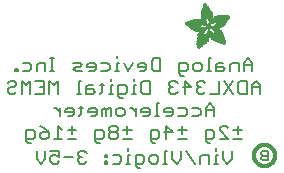
<source format=gbr>
G04 EAGLE Gerber RS-274X export*
G75*
%MOMM*%
%FSLAX34Y34*%
%LPD*%
%INSilkscreen Bottom*%
%IPPOS*%
%AMOC8*
5,1,8,0,0,1.08239X$1,22.5*%
G01*
%ADD10C,0.177800*%
%ADD11R,0.050800X0.006300*%
%ADD12R,0.082600X0.006400*%
%ADD13R,0.120600X0.006300*%
%ADD14R,0.139700X0.006400*%
%ADD15R,0.158800X0.006300*%
%ADD16R,0.177800X0.006400*%
%ADD17R,0.196800X0.006300*%
%ADD18R,0.215900X0.006400*%
%ADD19R,0.228600X0.006300*%
%ADD20R,0.241300X0.006400*%
%ADD21R,0.254000X0.006300*%
%ADD22R,0.266700X0.006400*%
%ADD23R,0.279400X0.006300*%
%ADD24R,0.285700X0.006400*%
%ADD25R,0.298400X0.006300*%
%ADD26R,0.311200X0.006400*%
%ADD27R,0.317500X0.006300*%
%ADD28R,0.330200X0.006400*%
%ADD29R,0.336600X0.006300*%
%ADD30R,0.349200X0.006400*%
%ADD31R,0.361900X0.006300*%
%ADD32R,0.368300X0.006400*%
%ADD33R,0.381000X0.006300*%
%ADD34R,0.387300X0.006400*%
%ADD35R,0.393700X0.006300*%
%ADD36R,0.406400X0.006400*%
%ADD37R,0.412700X0.006300*%
%ADD38R,0.419100X0.006400*%
%ADD39R,0.431800X0.006300*%
%ADD40R,0.438100X0.006400*%
%ADD41R,0.450800X0.006300*%
%ADD42R,0.457200X0.006400*%
%ADD43R,0.463500X0.006300*%
%ADD44R,0.476200X0.006400*%
%ADD45R,0.482600X0.006300*%
%ADD46R,0.488900X0.006400*%
%ADD47R,0.501600X0.006300*%
%ADD48R,0.508000X0.006400*%
%ADD49R,0.514300X0.006300*%
%ADD50R,0.527000X0.006400*%
%ADD51R,0.533400X0.006300*%
%ADD52R,0.546100X0.006400*%
%ADD53R,0.552400X0.006300*%
%ADD54R,0.558800X0.006400*%
%ADD55R,0.571500X0.006300*%
%ADD56R,0.577800X0.006400*%
%ADD57R,0.584200X0.006300*%
%ADD58R,0.596900X0.006400*%
%ADD59R,0.603200X0.006300*%
%ADD60R,0.609600X0.006400*%
%ADD61R,0.622300X0.006300*%
%ADD62R,0.628600X0.006400*%
%ADD63R,0.641300X0.006300*%
%ADD64R,0.647700X0.006400*%
%ADD65R,0.063500X0.006300*%
%ADD66R,0.654000X0.006300*%
%ADD67R,0.101600X0.006400*%
%ADD68R,0.666700X0.006400*%
%ADD69R,0.139700X0.006300*%
%ADD70R,0.673100X0.006300*%
%ADD71R,0.165100X0.006400*%
%ADD72R,0.679400X0.006400*%
%ADD73R,0.196900X0.006300*%
%ADD74R,0.692100X0.006300*%
%ADD75R,0.222200X0.006400*%
%ADD76R,0.698500X0.006400*%
%ADD77R,0.247700X0.006300*%
%ADD78R,0.704800X0.006300*%
%ADD79R,0.279400X0.006400*%
%ADD80R,0.717500X0.006400*%
%ADD81R,0.298500X0.006300*%
%ADD82R,0.723900X0.006300*%
%ADD83R,0.736600X0.006400*%
%ADD84R,0.342900X0.006300*%
%ADD85R,0.742900X0.006300*%
%ADD86R,0.374700X0.006400*%
%ADD87R,0.749300X0.006400*%
%ADD88R,0.762000X0.006300*%
%ADD89R,0.412700X0.006400*%
%ADD90R,0.768300X0.006400*%
%ADD91R,0.438100X0.006300*%
%ADD92R,0.774700X0.006300*%
%ADD93R,0.463600X0.006400*%
%ADD94R,0.787400X0.006400*%
%ADD95R,0.793700X0.006300*%
%ADD96R,0.495300X0.006400*%
%ADD97R,0.800100X0.006400*%
%ADD98R,0.520700X0.006300*%
%ADD99R,0.812800X0.006300*%
%ADD100R,0.533400X0.006400*%
%ADD101R,0.819100X0.006400*%
%ADD102R,0.558800X0.006300*%
%ADD103R,0.825500X0.006300*%
%ADD104R,0.577900X0.006400*%
%ADD105R,0.831800X0.006400*%
%ADD106R,0.596900X0.006300*%
%ADD107R,0.844500X0.006300*%
%ADD108R,0.616000X0.006400*%
%ADD109R,0.850900X0.006400*%
%ADD110R,0.635000X0.006300*%
%ADD111R,0.857200X0.006300*%
%ADD112R,0.654100X0.006400*%
%ADD113R,0.863600X0.006400*%
%ADD114R,0.666700X0.006300*%
%ADD115R,0.869900X0.006300*%
%ADD116R,0.685800X0.006400*%
%ADD117R,0.876300X0.006400*%
%ADD118R,0.882600X0.006300*%
%ADD119R,0.723900X0.006400*%
%ADD120R,0.889000X0.006400*%
%ADD121R,0.895300X0.006300*%
%ADD122R,0.755700X0.006400*%
%ADD123R,0.901700X0.006400*%
%ADD124R,0.908000X0.006300*%
%ADD125R,0.793800X0.006400*%
%ADD126R,0.914400X0.006400*%
%ADD127R,0.806400X0.006300*%
%ADD128R,0.920700X0.006300*%
%ADD129R,0.825500X0.006400*%
%ADD130R,0.927100X0.006400*%
%ADD131R,0.933400X0.006300*%
%ADD132R,0.857300X0.006400*%
%ADD133R,0.939800X0.006400*%
%ADD134R,0.870000X0.006300*%
%ADD135R,0.939800X0.006300*%
%ADD136R,0.946100X0.006400*%
%ADD137R,0.952500X0.006300*%
%ADD138R,0.908000X0.006400*%
%ADD139R,0.958800X0.006400*%
%ADD140R,0.965200X0.006300*%
%ADD141R,0.965200X0.006400*%
%ADD142R,0.971500X0.006300*%
%ADD143R,0.952500X0.006400*%
%ADD144R,0.977900X0.006400*%
%ADD145R,0.958800X0.006300*%
%ADD146R,0.984200X0.006300*%
%ADD147R,0.971500X0.006400*%
%ADD148R,0.984200X0.006400*%
%ADD149R,0.990600X0.006300*%
%ADD150R,0.984300X0.006400*%
%ADD151R,0.996900X0.006400*%
%ADD152R,0.997000X0.006300*%
%ADD153R,0.996900X0.006300*%
%ADD154R,1.003300X0.006400*%
%ADD155R,1.016000X0.006300*%
%ADD156R,1.009600X0.006300*%
%ADD157R,1.016000X0.006400*%
%ADD158R,1.009600X0.006400*%
%ADD159R,1.022300X0.006300*%
%ADD160R,1.028700X0.006400*%
%ADD161R,1.035100X0.006300*%
%ADD162R,1.047800X0.006400*%
%ADD163R,1.054100X0.006300*%
%ADD164R,1.028700X0.006300*%
%ADD165R,1.054100X0.006400*%
%ADD166R,1.035000X0.006400*%
%ADD167R,1.060400X0.006300*%
%ADD168R,1.035000X0.006300*%
%ADD169R,1.060500X0.006400*%
%ADD170R,1.041400X0.006400*%
%ADD171R,1.066800X0.006300*%
%ADD172R,1.041400X0.006300*%
%ADD173R,1.079500X0.006400*%
%ADD174R,1.047700X0.006400*%
%ADD175R,1.085900X0.006300*%
%ADD176R,1.047700X0.006300*%
%ADD177R,1.085800X0.006400*%
%ADD178R,1.092200X0.006300*%
%ADD179R,1.085900X0.006400*%
%ADD180R,1.098600X0.006300*%
%ADD181R,1.098600X0.006400*%
%ADD182R,1.060400X0.006400*%
%ADD183R,1.104900X0.006300*%
%ADD184R,1.104900X0.006400*%
%ADD185R,1.066800X0.006400*%
%ADD186R,1.111200X0.006300*%
%ADD187R,1.117600X0.006400*%
%ADD188R,1.117600X0.006300*%
%ADD189R,1.073100X0.006300*%
%ADD190R,1.073100X0.006400*%
%ADD191R,1.124000X0.006300*%
%ADD192R,1.079500X0.006300*%
%ADD193R,1.123900X0.006400*%
%ADD194R,1.130300X0.006300*%
%ADD195R,1.130300X0.006400*%
%ADD196R,1.136700X0.006400*%
%ADD197R,1.136700X0.006300*%
%ADD198R,1.085800X0.006300*%
%ADD199R,1.136600X0.006400*%
%ADD200R,1.136600X0.006300*%
%ADD201R,1.143000X0.006400*%
%ADD202R,1.143000X0.006300*%
%ADD203R,1.149400X0.006300*%
%ADD204R,1.149300X0.006300*%
%ADD205R,1.149300X0.006400*%
%ADD206R,1.149400X0.006400*%
%ADD207R,1.155700X0.006400*%
%ADD208R,1.155700X0.006300*%
%ADD209R,1.060500X0.006300*%
%ADD210R,2.197100X0.006400*%
%ADD211R,2.197100X0.006300*%
%ADD212R,2.184400X0.006300*%
%ADD213R,2.184400X0.006400*%
%ADD214R,2.171700X0.006400*%
%ADD215R,2.171700X0.006300*%
%ADD216R,1.530300X0.006400*%
%ADD217R,1.505000X0.006300*%
%ADD218R,1.492300X0.006400*%
%ADD219R,1.485900X0.006300*%
%ADD220R,0.565200X0.006300*%
%ADD221R,1.473200X0.006400*%
%ADD222R,0.565200X0.006400*%
%ADD223R,1.460500X0.006300*%
%ADD224R,1.454100X0.006400*%
%ADD225R,0.552400X0.006400*%
%ADD226R,1.441500X0.006300*%
%ADD227R,0.546100X0.006300*%
%ADD228R,1.435100X0.006400*%
%ADD229R,0.539800X0.006400*%
%ADD230R,1.428800X0.006300*%
%ADD231R,1.422400X0.006400*%
%ADD232R,1.409700X0.006300*%
%ADD233R,0.527100X0.006300*%
%ADD234R,1.403300X0.006400*%
%ADD235R,0.527100X0.006400*%
%ADD236R,1.390700X0.006300*%
%ADD237R,1.384300X0.006400*%
%ADD238R,0.520700X0.006400*%
%ADD239R,1.384300X0.006300*%
%ADD240R,0.514400X0.006300*%
%ADD241R,1.371600X0.006400*%
%ADD242R,1.365200X0.006300*%
%ADD243R,0.508000X0.006300*%
%ADD244R,1.352600X0.006400*%
%ADD245R,0.501700X0.006400*%
%ADD246R,0.711200X0.006300*%
%ADD247R,0.603300X0.006300*%
%ADD248R,0.501700X0.006300*%
%ADD249R,0.692100X0.006400*%
%ADD250R,0.571500X0.006400*%
%ADD251R,0.679400X0.006300*%
%ADD252R,0.495300X0.006300*%
%ADD253R,0.673100X0.006400*%
%ADD254R,0.666800X0.006300*%
%ADD255R,0.488900X0.006300*%
%ADD256R,0.660400X0.006400*%
%ADD257R,0.482600X0.006400*%
%ADD258R,0.476200X0.006300*%
%ADD259R,0.654000X0.006400*%
%ADD260R,0.469900X0.006400*%
%ADD261R,0.476300X0.006400*%
%ADD262R,0.647700X0.006300*%
%ADD263R,0.457200X0.006300*%
%ADD264R,0.469900X0.006300*%
%ADD265R,0.641300X0.006400*%
%ADD266R,0.444500X0.006400*%
%ADD267R,0.463600X0.006300*%
%ADD268R,0.635000X0.006400*%
%ADD269R,0.463500X0.006400*%
%ADD270R,0.393700X0.006400*%
%ADD271R,0.450800X0.006400*%
%ADD272R,0.628600X0.006300*%
%ADD273R,0.387400X0.006300*%
%ADD274R,0.450900X0.006300*%
%ADD275R,0.628700X0.006400*%
%ADD276R,0.374600X0.006400*%
%ADD277R,0.368300X0.006300*%
%ADD278R,0.438200X0.006300*%
%ADD279R,0.622300X0.006400*%
%ADD280R,0.355600X0.006400*%
%ADD281R,0.431800X0.006400*%
%ADD282R,0.349300X0.006300*%
%ADD283R,0.425400X0.006300*%
%ADD284R,0.615900X0.006300*%
%ADD285R,0.330200X0.006300*%
%ADD286R,0.419100X0.006300*%
%ADD287R,0.616000X0.006300*%
%ADD288R,0.311200X0.006300*%
%ADD289R,0.406400X0.006300*%
%ADD290R,0.615900X0.006400*%
%ADD291R,0.304800X0.006400*%
%ADD292R,0.158800X0.006400*%
%ADD293R,0.609600X0.006300*%
%ADD294R,0.292100X0.006300*%
%ADD295R,0.235000X0.006300*%
%ADD296R,0.387400X0.006400*%
%ADD297R,0.292100X0.006400*%
%ADD298R,0.336500X0.006300*%
%ADD299R,0.260400X0.006300*%
%ADD300R,0.603300X0.006400*%
%ADD301R,0.260400X0.006400*%
%ADD302R,0.362000X0.006400*%
%ADD303R,0.450900X0.006400*%
%ADD304R,0.355600X0.006300*%
%ADD305R,0.342900X0.006400*%
%ADD306R,0.514300X0.006400*%
%ADD307R,0.234900X0.006300*%
%ADD308R,0.539700X0.006300*%
%ADD309R,0.603200X0.006400*%
%ADD310R,0.234900X0.006400*%
%ADD311R,0.920700X0.006400*%
%ADD312R,0.958900X0.006400*%
%ADD313R,0.215900X0.006300*%
%ADD314R,0.209600X0.006400*%
%ADD315R,0.203200X0.006300*%
%ADD316R,1.003300X0.006300*%
%ADD317R,0.203200X0.006400*%
%ADD318R,0.196900X0.006400*%
%ADD319R,0.190500X0.006300*%
%ADD320R,0.190500X0.006400*%
%ADD321R,0.184200X0.006300*%
%ADD322R,0.590500X0.006400*%
%ADD323R,0.184200X0.006400*%
%ADD324R,0.590500X0.006300*%
%ADD325R,0.177800X0.006300*%
%ADD326R,0.584200X0.006400*%
%ADD327R,1.168400X0.006400*%
%ADD328R,0.171500X0.006300*%
%ADD329R,1.187500X0.006300*%
%ADD330R,1.200100X0.006400*%
%ADD331R,0.577800X0.006300*%
%ADD332R,1.212900X0.006300*%
%ADD333R,1.231900X0.006400*%
%ADD334R,1.250900X0.006300*%
%ADD335R,0.565100X0.006400*%
%ADD336R,0.184100X0.006400*%
%ADD337R,1.263700X0.006400*%
%ADD338R,0.565100X0.006300*%
%ADD339R,1.289100X0.006300*%
%ADD340R,1.314400X0.006400*%
%ADD341R,0.552500X0.006300*%
%ADD342R,1.568500X0.006300*%
%ADD343R,0.552500X0.006400*%
%ADD344R,1.581200X0.006400*%
%ADD345R,1.593800X0.006300*%
%ADD346R,1.606500X0.006400*%
%ADD347R,1.619300X0.006300*%
%ADD348R,0.514400X0.006400*%
%ADD349R,1.638300X0.006400*%
%ADD350R,1.657300X0.006300*%
%ADD351R,2.209800X0.006400*%
%ADD352R,2.425700X0.006300*%
%ADD353R,2.470100X0.006400*%
%ADD354R,2.501900X0.006300*%
%ADD355R,2.533700X0.006400*%
%ADD356R,2.559000X0.006300*%
%ADD357R,2.584500X0.006400*%
%ADD358R,2.609900X0.006300*%
%ADD359R,2.628900X0.006400*%
%ADD360R,2.660600X0.006300*%
%ADD361R,2.673400X0.006400*%
%ADD362R,1.422400X0.006300*%
%ADD363R,1.200200X0.006300*%
%ADD364R,1.365300X0.006300*%
%ADD365R,1.365300X0.006400*%
%ADD366R,1.352500X0.006300*%
%ADD367R,1.098500X0.006300*%
%ADD368R,1.358900X0.006400*%
%ADD369R,1.352600X0.006300*%
%ADD370R,1.358900X0.006300*%
%ADD371R,1.371600X0.006300*%
%ADD372R,1.377900X0.006400*%
%ADD373R,1.397000X0.006400*%
%ADD374R,1.403300X0.006300*%
%ADD375R,0.914400X0.006300*%
%ADD376R,0.876300X0.006300*%
%ADD377R,0.374600X0.006300*%
%ADD378R,1.073200X0.006400*%
%ADD379R,0.374700X0.006300*%
%ADD380R,0.844600X0.006400*%
%ADD381R,0.844600X0.006300*%
%ADD382R,0.831900X0.006400*%
%ADD383R,1.092200X0.006400*%
%ADD384R,0.400000X0.006300*%
%ADD385R,0.819200X0.006400*%
%ADD386R,1.111300X0.006400*%
%ADD387R,0.812800X0.006400*%
%ADD388R,0.800100X0.006300*%
%ADD389R,0.476300X0.006300*%
%ADD390R,1.181100X0.006300*%
%ADD391R,0.501600X0.006400*%
%ADD392R,1.193800X0.006400*%
%ADD393R,0.781000X0.006400*%
%ADD394R,1.238200X0.006400*%
%ADD395R,0.781100X0.006300*%
%ADD396R,1.257300X0.006300*%
%ADD397R,1.295400X0.006400*%
%ADD398R,1.333500X0.006300*%
%ADD399R,0.774700X0.006400*%
%ADD400R,1.866900X0.006400*%
%ADD401R,0.209600X0.006300*%
%ADD402R,1.866900X0.006300*%
%ADD403R,0.768400X0.006400*%
%ADD404R,0.209500X0.006400*%
%ADD405R,1.860600X0.006400*%
%ADD406R,0.762000X0.006400*%
%ADD407R,0.768400X0.006300*%
%ADD408R,1.860600X0.006300*%
%ADD409R,1.860500X0.006400*%
%ADD410R,0.222300X0.006300*%
%ADD411R,1.854200X0.006300*%
%ADD412R,0.235000X0.006400*%
%ADD413R,1.854200X0.006400*%
%ADD414R,0.768300X0.006300*%
%ADD415R,0.260300X0.006400*%
%ADD416R,1.847800X0.006400*%
%ADD417R,0.266700X0.006300*%
%ADD418R,1.847800X0.006300*%
%ADD419R,0.273100X0.006400*%
%ADD420R,1.841500X0.006400*%
%ADD421R,0.285800X0.006300*%
%ADD422R,1.841500X0.006300*%
%ADD423R,0.298500X0.006400*%
%ADD424R,1.835100X0.006400*%
%ADD425R,0.781000X0.006300*%
%ADD426R,0.304800X0.006300*%
%ADD427R,1.835100X0.006300*%
%ADD428R,0.317500X0.006400*%
%ADD429R,1.828800X0.006400*%
%ADD430R,0.787400X0.006300*%
%ADD431R,0.323800X0.006300*%
%ADD432R,1.828800X0.006300*%
%ADD433R,0.793700X0.006400*%
%ADD434R,1.822400X0.006400*%
%ADD435R,0.806500X0.006300*%
%ADD436R,1.822400X0.006300*%
%ADD437R,1.816100X0.006400*%
%ADD438R,0.819100X0.006300*%
%ADD439R,0.387300X0.006300*%
%ADD440R,1.816100X0.006300*%
%ADD441R,1.809800X0.006400*%
%ADD442R,1.803400X0.006300*%
%ADD443R,1.797000X0.006400*%
%ADD444R,0.901700X0.006300*%
%ADD445R,1.797000X0.006300*%
%ADD446R,1.441400X0.006400*%
%ADD447R,1.790700X0.006400*%
%ADD448R,1.447800X0.006300*%
%ADD449R,1.784300X0.006300*%
%ADD450R,1.447800X0.006400*%
%ADD451R,1.784300X0.006400*%
%ADD452R,1.454100X0.006300*%
%ADD453R,1.771700X0.006300*%
%ADD454R,1.460500X0.006400*%
%ADD455R,1.759000X0.006400*%
%ADD456R,1.466800X0.006300*%
%ADD457R,1.752600X0.006300*%
%ADD458R,1.466800X0.006400*%
%ADD459R,1.739900X0.006400*%
%ADD460R,1.473200X0.006300*%
%ADD461R,1.727200X0.006300*%
%ADD462R,1.479500X0.006400*%
%ADD463R,1.714500X0.006400*%
%ADD464R,1.695400X0.006300*%
%ADD465R,1.485900X0.006400*%
%ADD466R,1.682700X0.006400*%
%ADD467R,1.492200X0.006300*%
%ADD468R,1.663700X0.006300*%
%ADD469R,1.498600X0.006400*%
%ADD470R,1.644600X0.006400*%
%ADD471R,1.498600X0.006300*%
%ADD472R,1.619200X0.006300*%
%ADD473R,1.511300X0.006400*%
%ADD474R,1.600200X0.006400*%
%ADD475R,1.517700X0.006300*%
%ADD476R,1.574800X0.006300*%
%ADD477R,1.524000X0.006400*%
%ADD478R,1.555800X0.006400*%
%ADD479R,1.524000X0.006300*%
%ADD480R,1.536700X0.006300*%
%ADD481R,1.530400X0.006400*%
%ADD482R,1.517700X0.006400*%
%ADD483R,1.492300X0.006300*%
%ADD484R,1.549400X0.006400*%
%ADD485R,1.479600X0.006400*%
%ADD486R,1.549400X0.006300*%
%ADD487R,1.555700X0.006400*%
%ADD488R,1.562100X0.006300*%
%ADD489R,0.323900X0.006300*%
%ADD490R,1.568400X0.006400*%
%ADD491R,0.336600X0.006400*%
%ADD492R,1.587500X0.006300*%
%ADD493R,0.971600X0.006300*%
%ADD494R,0.349300X0.006400*%
%ADD495R,1.600200X0.006300*%
%ADD496R,0.920800X0.006300*%
%ADD497R,0.882700X0.006400*%
%ADD498R,1.612900X0.006300*%
%ADD499R,0.362000X0.006300*%
%ADD500R,1.625600X0.006400*%
%ADD501R,1.625600X0.006300*%
%ADD502R,1.644600X0.006300*%
%ADD503R,0.736600X0.006300*%
%ADD504R,0.717600X0.006400*%
%ADD505R,1.657400X0.006300*%
%ADD506R,0.679500X0.006300*%
%ADD507R,1.663700X0.006400*%
%ADD508R,0.400000X0.006400*%
%ADD509R,1.676400X0.006300*%
%ADD510R,1.676400X0.006400*%
%ADD511R,0.425500X0.006400*%
%ADD512R,1.352500X0.006400*%
%ADD513R,0.444500X0.006300*%
%ADD514R,0.361900X0.006400*%
%ADD515R,0.088900X0.006300*%
%ADD516R,1.009700X0.006300*%
%ADD517R,1.009700X0.006400*%
%ADD518R,1.022300X0.006400*%
%ADD519R,1.346200X0.006400*%
%ADD520R,1.346200X0.006300*%
%ADD521R,1.339900X0.006400*%
%ADD522R,1.035100X0.006400*%
%ADD523R,1.339800X0.006300*%
%ADD524R,1.333500X0.006400*%
%ADD525R,1.327200X0.006400*%
%ADD526R,1.320800X0.006300*%
%ADD527R,1.314500X0.006400*%
%ADD528R,1.314400X0.006300*%
%ADD529R,1.301700X0.006400*%
%ADD530R,1.295400X0.006300*%
%ADD531R,1.289000X0.006400*%
%ADD532R,1.276300X0.006300*%
%ADD533R,1.251000X0.006300*%
%ADD534R,1.244600X0.006400*%
%ADD535R,1.231900X0.006300*%
%ADD536R,1.212800X0.006400*%
%ADD537R,1.200100X0.006300*%
%ADD538R,1.187400X0.006400*%
%ADD539R,1.168400X0.006300*%
%ADD540R,1.047800X0.006300*%
%ADD541R,0.977900X0.006300*%
%ADD542R,0.946200X0.006400*%
%ADD543R,0.933400X0.006400*%
%ADD544R,0.895300X0.006400*%
%ADD545R,0.882700X0.006300*%
%ADD546R,0.863600X0.006300*%
%ADD547R,0.857200X0.006400*%
%ADD548R,0.850900X0.006300*%
%ADD549R,0.838200X0.006300*%
%ADD550R,0.806500X0.006400*%
%ADD551R,0.717600X0.006300*%
%ADD552R,0.711200X0.006400*%
%ADD553R,0.641400X0.006400*%
%ADD554R,0.641400X0.006300*%
%ADD555R,0.628700X0.006300*%
%ADD556R,0.590600X0.006300*%
%ADD557R,0.539700X0.006400*%
%ADD558R,0.285700X0.006300*%
%ADD559R,0.222200X0.006300*%
%ADD560R,0.171400X0.006300*%
%ADD561R,0.152400X0.006400*%
%ADD562R,0.133400X0.006300*%
%ADD563C,0.304800*%
%ADD564C,0.203200*%


D10*
X210892Y52460D02*
X210892Y45173D01*
X207249Y41529D01*
X203605Y45173D01*
X203605Y52460D01*
X199198Y48817D02*
X197377Y48817D01*
X197377Y41529D01*
X199198Y41529D02*
X195555Y41529D01*
X197377Y52460D02*
X197377Y54282D01*
X191403Y48817D02*
X191403Y41529D01*
X191403Y48817D02*
X185937Y48817D01*
X184115Y46995D01*
X184115Y41529D01*
X179709Y41529D02*
X172421Y52460D01*
X168015Y52460D02*
X168015Y45173D01*
X164371Y41529D01*
X160727Y45173D01*
X160727Y52460D01*
X156321Y52460D02*
X154499Y52460D01*
X154499Y41529D01*
X156321Y41529D02*
X152677Y41529D01*
X146703Y41529D02*
X143059Y41529D01*
X141237Y43351D01*
X141237Y46995D01*
X143059Y48817D01*
X146703Y48817D01*
X148525Y46995D01*
X148525Y43351D01*
X146703Y41529D01*
X133187Y37885D02*
X131365Y37885D01*
X129543Y39707D01*
X129543Y48817D01*
X135009Y48817D01*
X136831Y46995D01*
X136831Y43351D01*
X135009Y41529D01*
X129543Y41529D01*
X125137Y48817D02*
X123315Y48817D01*
X123315Y41529D01*
X125137Y41529D02*
X121493Y41529D01*
X123315Y52460D02*
X123315Y54282D01*
X115519Y48817D02*
X110053Y48817D01*
X115519Y48817D02*
X117341Y46995D01*
X117341Y43351D01*
X115519Y41529D01*
X110053Y41529D01*
X105647Y48817D02*
X103825Y48817D01*
X103825Y46995D01*
X105647Y46995D01*
X105647Y48817D01*
X105647Y43351D02*
X103825Y43351D01*
X103825Y41529D01*
X105647Y41529D01*
X105647Y43351D01*
X88106Y50638D02*
X86284Y52460D01*
X82640Y52460D01*
X80818Y50638D01*
X80818Y48817D01*
X82640Y46995D01*
X84462Y46995D01*
X82640Y46995D02*
X80818Y45173D01*
X80818Y43351D01*
X82640Y41529D01*
X86284Y41529D01*
X88106Y43351D01*
X76412Y46995D02*
X69124Y46995D01*
X64718Y52460D02*
X57430Y52460D01*
X64718Y52460D02*
X64718Y46995D01*
X61074Y48817D01*
X59252Y48817D01*
X57430Y46995D01*
X57430Y43351D01*
X59252Y41529D01*
X62896Y41529D01*
X64718Y43351D01*
X53024Y45173D02*
X53024Y52460D01*
X53024Y45173D02*
X49380Y41529D01*
X45736Y45173D01*
X45736Y52460D01*
X228433Y119634D02*
X228433Y126922D01*
X224790Y130565D01*
X221146Y126922D01*
X221146Y119634D01*
X221146Y125100D02*
X228433Y125100D01*
X216740Y126922D02*
X216740Y119634D01*
X216740Y126922D02*
X211274Y126922D01*
X209452Y125100D01*
X209452Y119634D01*
X203224Y126922D02*
X199580Y126922D01*
X197758Y125100D01*
X197758Y119634D01*
X203224Y119634D01*
X205046Y121456D01*
X203224Y123278D01*
X197758Y123278D01*
X193352Y130565D02*
X191530Y130565D01*
X191530Y119634D01*
X193352Y119634D02*
X189708Y119634D01*
X183734Y119634D02*
X180090Y119634D01*
X178268Y121456D01*
X178268Y125100D01*
X180090Y126922D01*
X183734Y126922D01*
X185556Y125100D01*
X185556Y121456D01*
X183734Y119634D01*
X170218Y115990D02*
X168396Y115990D01*
X166574Y117812D01*
X166574Y126922D01*
X172040Y126922D01*
X173862Y125100D01*
X173862Y121456D01*
X172040Y119634D01*
X166574Y119634D01*
X150474Y119634D02*
X150474Y130565D01*
X150474Y119634D02*
X145008Y119634D01*
X143186Y121456D01*
X143186Y128743D01*
X145008Y130565D01*
X150474Y130565D01*
X136958Y119634D02*
X133314Y119634D01*
X136958Y119634D02*
X138780Y121456D01*
X138780Y125100D01*
X136958Y126922D01*
X133314Y126922D01*
X131492Y125100D01*
X131492Y123278D01*
X138780Y123278D01*
X127086Y126922D02*
X123442Y119634D01*
X119798Y126922D01*
X115392Y126922D02*
X113570Y126922D01*
X113570Y119634D01*
X115392Y119634D02*
X111748Y119634D01*
X113570Y130565D02*
X113570Y132387D01*
X105774Y126922D02*
X100308Y126922D01*
X105774Y126922D02*
X107596Y125100D01*
X107596Y121456D01*
X105774Y119634D01*
X100308Y119634D01*
X94080Y119634D02*
X90436Y119634D01*
X94080Y119634D02*
X95902Y121456D01*
X95902Y125100D01*
X94080Y126922D01*
X90436Y126922D01*
X88614Y125100D01*
X88614Y123278D01*
X95902Y123278D01*
X84208Y119634D02*
X78742Y119634D01*
X76920Y121456D01*
X78742Y123278D01*
X82386Y123278D01*
X84208Y125100D01*
X82386Y126922D01*
X76920Y126922D01*
X60820Y119634D02*
X57176Y119634D01*
X58998Y119634D02*
X58998Y130565D01*
X60820Y130565D02*
X57176Y130565D01*
X53024Y126922D02*
X53024Y119634D01*
X53024Y126922D02*
X47558Y126922D01*
X45736Y125100D01*
X45736Y119634D01*
X39508Y126922D02*
X34042Y126922D01*
X39508Y126922D02*
X41330Y125100D01*
X41330Y121456D01*
X39508Y119634D01*
X34042Y119634D01*
X29636Y119634D02*
X29636Y121456D01*
X27814Y121456D01*
X27814Y119634D01*
X29636Y119634D01*
X235255Y107872D02*
X235255Y100584D01*
X235255Y107872D02*
X231611Y111515D01*
X227967Y107872D01*
X227967Y100584D01*
X227967Y106050D02*
X235255Y106050D01*
X223561Y111515D02*
X223561Y100584D01*
X218095Y100584D01*
X216273Y102406D01*
X216273Y109693D01*
X218095Y111515D01*
X223561Y111515D01*
X211867Y111515D02*
X204579Y100584D01*
X211867Y100584D02*
X204579Y111515D01*
X200173Y111515D02*
X200173Y100584D01*
X192886Y100584D01*
X188479Y109693D02*
X186657Y111515D01*
X183013Y111515D01*
X181192Y109693D01*
X181192Y107872D01*
X183013Y106050D01*
X184835Y106050D01*
X183013Y106050D02*
X181192Y104228D01*
X181192Y102406D01*
X183013Y100584D01*
X186657Y100584D01*
X188479Y102406D01*
X171319Y100584D02*
X171319Y111515D01*
X176785Y106050D01*
X169498Y106050D01*
X165091Y109693D02*
X163269Y111515D01*
X159625Y111515D01*
X157804Y109693D01*
X157804Y107872D01*
X159625Y106050D01*
X161447Y106050D01*
X159625Y106050D02*
X157804Y104228D01*
X157804Y102406D01*
X159625Y100584D01*
X163269Y100584D01*
X165091Y102406D01*
X141703Y100584D02*
X141703Y111515D01*
X141703Y100584D02*
X136238Y100584D01*
X134416Y102406D01*
X134416Y109693D01*
X136238Y111515D01*
X141703Y111515D01*
X130009Y107872D02*
X128187Y107872D01*
X128187Y100584D01*
X130009Y100584D02*
X126365Y100584D01*
X128187Y111515D02*
X128187Y113337D01*
X118570Y96940D02*
X116748Y96940D01*
X114926Y98762D01*
X114926Y107872D01*
X120391Y107872D01*
X122213Y106050D01*
X122213Y102406D01*
X120391Y100584D01*
X114926Y100584D01*
X110519Y107872D02*
X108697Y107872D01*
X108697Y100584D01*
X106876Y100584D02*
X110519Y100584D01*
X108697Y111515D02*
X108697Y113337D01*
X100901Y109693D02*
X100901Y102406D01*
X99080Y100584D01*
X99080Y107872D02*
X102723Y107872D01*
X93105Y107872D02*
X89462Y107872D01*
X87640Y106050D01*
X87640Y100584D01*
X93105Y100584D01*
X94927Y102406D01*
X93105Y104228D01*
X87640Y104228D01*
X83233Y111515D02*
X81412Y111515D01*
X81412Y100584D01*
X83233Y100584D02*
X79590Y100584D01*
X63743Y100584D02*
X63743Y111515D01*
X60100Y107872D01*
X56456Y111515D01*
X56456Y100584D01*
X52049Y111515D02*
X44762Y111515D01*
X52049Y111515D02*
X52049Y100584D01*
X44762Y100584D01*
X48406Y106050D02*
X52049Y106050D01*
X40356Y100584D02*
X40356Y111515D01*
X36712Y107872D01*
X33068Y111515D01*
X33068Y100584D01*
X23196Y111515D02*
X21374Y109693D01*
X23196Y111515D02*
X26840Y111515D01*
X28662Y109693D01*
X28662Y107872D01*
X26840Y106050D01*
X23196Y106050D01*
X21374Y104228D01*
X21374Y102406D01*
X23196Y100584D01*
X26840Y100584D01*
X28662Y102406D01*
X196275Y88822D02*
X196275Y81534D01*
X196275Y88822D02*
X192631Y92465D01*
X188987Y88822D01*
X188987Y81534D01*
X188987Y87000D02*
X196275Y87000D01*
X182759Y88822D02*
X177293Y88822D01*
X182759Y88822D02*
X184581Y87000D01*
X184581Y83356D01*
X182759Y81534D01*
X177293Y81534D01*
X171065Y88822D02*
X165600Y88822D01*
X171065Y88822D02*
X172887Y87000D01*
X172887Y83356D01*
X171065Y81534D01*
X165600Y81534D01*
X159371Y81534D02*
X155727Y81534D01*
X159371Y81534D02*
X161193Y83356D01*
X161193Y87000D01*
X159371Y88822D01*
X155727Y88822D01*
X153906Y87000D01*
X153906Y85178D01*
X161193Y85178D01*
X149499Y92465D02*
X147677Y92465D01*
X147677Y81534D01*
X149499Y81534D02*
X145855Y81534D01*
X139881Y81534D02*
X136237Y81534D01*
X139881Y81534D02*
X141703Y83356D01*
X141703Y87000D01*
X139881Y88822D01*
X136237Y88822D01*
X134416Y87000D01*
X134416Y85178D01*
X141703Y85178D01*
X130009Y81534D02*
X130009Y88822D01*
X130009Y85178D02*
X126365Y88822D01*
X124544Y88822D01*
X118442Y81534D02*
X114799Y81534D01*
X112977Y83356D01*
X112977Y87000D01*
X114799Y88822D01*
X118442Y88822D01*
X120264Y87000D01*
X120264Y83356D01*
X118442Y81534D01*
X108570Y81534D02*
X108570Y88822D01*
X106748Y88822D01*
X104926Y87000D01*
X104926Y81534D01*
X104926Y87000D02*
X103105Y88822D01*
X101283Y87000D01*
X101283Y81534D01*
X95054Y81534D02*
X91411Y81534D01*
X95054Y81534D02*
X96876Y83356D01*
X96876Y87000D01*
X95054Y88822D01*
X91411Y88822D01*
X89589Y87000D01*
X89589Y85178D01*
X96876Y85178D01*
X83360Y83356D02*
X83360Y90643D01*
X83360Y83356D02*
X81539Y81534D01*
X81539Y88822D02*
X85182Y88822D01*
X75564Y81534D02*
X71921Y81534D01*
X75564Y81534D02*
X77386Y83356D01*
X77386Y87000D01*
X75564Y88822D01*
X71921Y88822D01*
X70099Y87000D01*
X70099Y85178D01*
X77386Y85178D01*
X65692Y81534D02*
X65692Y88822D01*
X62049Y88822D02*
X65692Y85178D01*
X62049Y88822D02*
X60227Y88822D01*
X212375Y62484D02*
X219663Y62484D01*
X219663Y69772D02*
X212375Y69772D01*
X216019Y73415D02*
X216019Y66128D01*
X207969Y62484D02*
X200681Y62484D01*
X207969Y62484D02*
X200681Y69772D01*
X200681Y71593D01*
X202503Y73415D01*
X206147Y73415D01*
X207969Y71593D01*
X192631Y58840D02*
X190809Y58840D01*
X188988Y60662D01*
X188988Y69772D01*
X194453Y69772D01*
X196275Y67950D01*
X196275Y64306D01*
X194453Y62484D01*
X188988Y62484D01*
X172887Y62484D02*
X165600Y62484D01*
X165600Y69772D02*
X172887Y69772D01*
X169243Y73415D02*
X169243Y66128D01*
X155727Y62484D02*
X155727Y73415D01*
X161193Y67950D01*
X153906Y67950D01*
X145855Y58840D02*
X144034Y58840D01*
X142212Y60662D01*
X142212Y69772D01*
X147677Y69772D01*
X149499Y67950D01*
X149499Y64306D01*
X147677Y62484D01*
X142212Y62484D01*
X126111Y62484D02*
X118824Y62484D01*
X118824Y69772D02*
X126111Y69772D01*
X122467Y73415D02*
X122467Y66128D01*
X114417Y71593D02*
X112595Y73415D01*
X108952Y73415D01*
X107130Y71593D01*
X107130Y69772D01*
X108952Y67950D01*
X107130Y66128D01*
X107130Y64306D01*
X108952Y62484D01*
X112595Y62484D01*
X114417Y64306D01*
X114417Y66128D01*
X112595Y67950D01*
X114417Y69772D01*
X114417Y71593D01*
X112595Y67950D02*
X108952Y67950D01*
X99080Y58840D02*
X97258Y58840D01*
X95436Y60662D01*
X95436Y69772D01*
X100901Y69772D01*
X102723Y67950D01*
X102723Y64306D01*
X100901Y62484D01*
X95436Y62484D01*
X79335Y62484D02*
X72048Y62484D01*
X72048Y69772D02*
X79335Y69772D01*
X75692Y73415D02*
X75692Y66128D01*
X67641Y69772D02*
X63998Y73415D01*
X63998Y62484D01*
X67641Y62484D02*
X60354Y62484D01*
X52304Y71593D02*
X48660Y73415D01*
X52304Y71593D02*
X55947Y67950D01*
X55947Y64306D01*
X54126Y62484D01*
X50482Y62484D01*
X48660Y64306D01*
X48660Y66128D01*
X50482Y67950D01*
X55947Y67950D01*
X40610Y58840D02*
X38788Y58840D01*
X36966Y60662D01*
X36966Y69772D01*
X42432Y69772D01*
X44253Y67950D01*
X44253Y64306D01*
X42432Y62484D01*
X36966Y62484D01*
D11*
X182912Y138621D03*
D12*
X182880Y138684D03*
D13*
X182880Y138748D03*
D14*
X182912Y138811D03*
D15*
X182880Y138875D03*
D16*
X182912Y138938D03*
D17*
X182880Y139002D03*
D18*
X182912Y139065D03*
D19*
X182912Y139129D03*
D20*
X182976Y139192D03*
D21*
X182975Y139256D03*
D22*
X183039Y139319D03*
D23*
X183039Y139383D03*
D24*
X183071Y139446D03*
D25*
X183134Y139510D03*
D26*
X183134Y139573D03*
D27*
X183166Y139637D03*
D28*
X183229Y139700D03*
D29*
X183261Y139764D03*
D30*
X183261Y139827D03*
D31*
X183325Y139891D03*
D32*
X183357Y139954D03*
D33*
X183420Y140018D03*
D34*
X183452Y140081D03*
D35*
X183484Y140145D03*
D36*
X183547Y140208D03*
D37*
X183579Y140272D03*
D38*
X183611Y140335D03*
D39*
X183674Y140399D03*
D40*
X183706Y140462D03*
D41*
X183769Y140526D03*
D42*
X183801Y140589D03*
D43*
X183833Y140653D03*
D44*
X183896Y140716D03*
D45*
X183928Y140780D03*
D46*
X183960Y140843D03*
D47*
X184023Y140907D03*
D48*
X184055Y140970D03*
D49*
X184087Y141034D03*
D50*
X184150Y141097D03*
D51*
X184182Y141161D03*
D52*
X184246Y141224D03*
D53*
X184277Y141288D03*
D54*
X184309Y141351D03*
D55*
X184373Y141415D03*
D56*
X184404Y141478D03*
D57*
X184436Y141542D03*
D58*
X184500Y141605D03*
D59*
X184531Y141669D03*
D60*
X184563Y141732D03*
D61*
X184627Y141796D03*
D62*
X184658Y141859D03*
D63*
X184722Y141923D03*
D64*
X184754Y141986D03*
D65*
X204566Y142050D03*
D66*
X184785Y142050D03*
D67*
X204565Y142113D03*
D68*
X184849Y142113D03*
D69*
X204502Y142177D03*
D70*
X184881Y142177D03*
D71*
X204439Y142240D03*
D72*
X184912Y142240D03*
D73*
X204407Y142304D03*
D74*
X184976Y142304D03*
D75*
X204343Y142367D03*
D76*
X185008Y142367D03*
D77*
X204280Y142431D03*
D78*
X185039Y142431D03*
D79*
X204184Y142494D03*
D80*
X185103Y142494D03*
D81*
X204153Y142558D03*
D82*
X185135Y142558D03*
D28*
X204057Y142621D03*
D83*
X185198Y142621D03*
D84*
X203994Y142685D03*
D85*
X185230Y142685D03*
D86*
X203899Y142748D03*
D87*
X185262Y142748D03*
D35*
X203804Y142812D03*
D88*
X185325Y142812D03*
D89*
X203772Y142875D03*
D90*
X185357Y142875D03*
D91*
X203645Y142939D03*
D92*
X185389Y142939D03*
D93*
X203581Y143002D03*
D94*
X185452Y143002D03*
D45*
X203486Y143066D03*
D95*
X185484Y143066D03*
D96*
X203423Y143129D03*
D97*
X185516Y143129D03*
D98*
X203296Y143193D03*
D99*
X185579Y143193D03*
D100*
X203232Y143256D03*
D101*
X185611Y143256D03*
D102*
X203105Y143320D03*
D103*
X185643Y143320D03*
D104*
X203010Y143383D03*
D105*
X185674Y143383D03*
D106*
X202915Y143447D03*
D107*
X185738Y143447D03*
D108*
X202819Y143510D03*
D109*
X185770Y143510D03*
D110*
X202724Y143574D03*
D111*
X185801Y143574D03*
D112*
X202629Y143637D03*
D113*
X185833Y143637D03*
D114*
X202502Y143701D03*
D115*
X185865Y143701D03*
D116*
X202406Y143764D03*
D117*
X185897Y143764D03*
D78*
X202311Y143828D03*
D118*
X185928Y143828D03*
D119*
X202216Y143891D03*
D120*
X185960Y143891D03*
D85*
X202121Y143955D03*
D121*
X185992Y143955D03*
D122*
X201994Y144018D03*
D123*
X186024Y144018D03*
D92*
X201899Y144082D03*
D124*
X186055Y144082D03*
D125*
X201803Y144145D03*
D126*
X186087Y144145D03*
D127*
X201676Y144209D03*
D128*
X186119Y144209D03*
D129*
X201581Y144272D03*
D130*
X186151Y144272D03*
D107*
X201486Y144336D03*
D131*
X186182Y144336D03*
D132*
X201359Y144399D03*
D133*
X186214Y144399D03*
D134*
X201295Y144463D03*
D135*
X186214Y144463D03*
D120*
X201200Y144526D03*
D136*
X186246Y144526D03*
D121*
X201105Y144590D03*
D137*
X186278Y144590D03*
D138*
X201041Y144653D03*
D139*
X186309Y144653D03*
D128*
X200978Y144717D03*
D140*
X186341Y144717D03*
D130*
X200883Y144780D03*
D141*
X186341Y144780D03*
D135*
X200819Y144844D03*
D142*
X186373Y144844D03*
D143*
X200756Y144907D03*
D144*
X186405Y144907D03*
D145*
X200660Y144971D03*
D146*
X186436Y144971D03*
D147*
X200597Y145034D03*
D148*
X186436Y145034D03*
D146*
X200533Y145098D03*
D149*
X186468Y145098D03*
D150*
X200470Y145161D03*
D151*
X186500Y145161D03*
D152*
X200406Y145225D03*
D153*
X186500Y145225D03*
D154*
X200375Y145288D03*
X186532Y145288D03*
D155*
X200311Y145352D03*
D156*
X186563Y145352D03*
D157*
X200247Y145415D03*
D158*
X186563Y145415D03*
D159*
X200216Y145479D03*
D155*
X186595Y145479D03*
D160*
X200121Y145542D03*
D157*
X186595Y145542D03*
D161*
X200089Y145606D03*
D159*
X186627Y145606D03*
D162*
X200025Y145669D03*
D160*
X186659Y145669D03*
D163*
X199994Y145733D03*
D164*
X186659Y145733D03*
D165*
X199930Y145796D03*
D166*
X186690Y145796D03*
D167*
X199898Y145860D03*
D168*
X186690Y145860D03*
D169*
X199835Y145923D03*
D170*
X186722Y145923D03*
D171*
X199803Y145987D03*
D172*
X186722Y145987D03*
D173*
X199740Y146050D03*
D174*
X186754Y146050D03*
D175*
X199708Y146114D03*
D176*
X186754Y146114D03*
D177*
X199644Y146177D03*
D165*
X186786Y146177D03*
D178*
X199612Y146241D03*
D163*
X186786Y146241D03*
D179*
X199581Y146304D03*
D165*
X186786Y146304D03*
D180*
X199517Y146368D03*
D167*
X186817Y146368D03*
D181*
X199517Y146431D03*
D182*
X186817Y146431D03*
D183*
X199486Y146495D03*
D171*
X186849Y146495D03*
D184*
X199422Y146558D03*
D185*
X186849Y146558D03*
D186*
X199390Y146622D03*
D171*
X186849Y146622D03*
D187*
X199358Y146685D03*
D185*
X186849Y146685D03*
D188*
X199295Y146749D03*
D189*
X186881Y146749D03*
D187*
X199295Y146812D03*
D190*
X186881Y146812D03*
D191*
X199263Y146876D03*
D192*
X186913Y146876D03*
D193*
X199200Y146939D03*
D173*
X186913Y146939D03*
D194*
X199168Y147003D03*
D192*
X186913Y147003D03*
D195*
X199168Y147066D03*
D173*
X186913Y147066D03*
D194*
X199105Y147130D03*
D192*
X186913Y147130D03*
D196*
X199073Y147193D03*
D177*
X186944Y147193D03*
D197*
X199073Y147257D03*
D198*
X186944Y147257D03*
D199*
X199009Y147320D03*
D173*
X186976Y147320D03*
D200*
X199009Y147384D03*
D192*
X186976Y147384D03*
D201*
X198977Y147447D03*
D179*
X187008Y147447D03*
D202*
X198914Y147511D03*
D175*
X187008Y147511D03*
D201*
X198914Y147574D03*
D179*
X187008Y147574D03*
D203*
X198882Y147638D03*
D175*
X187008Y147638D03*
D201*
X198850Y147701D03*
D179*
X187008Y147701D03*
D204*
X198819Y147765D03*
D175*
X187008Y147765D03*
D205*
X198819Y147828D03*
D179*
X187008Y147828D03*
D203*
X198755Y147892D03*
D175*
X187008Y147892D03*
D206*
X198755Y147955D03*
D179*
X187008Y147955D03*
D203*
X198755Y148019D03*
D198*
X187071Y148019D03*
D205*
X198692Y148082D03*
D177*
X187071Y148082D03*
D204*
X198692Y148146D03*
D198*
X187071Y148146D03*
D207*
X198660Y148209D03*
D177*
X187071Y148209D03*
D203*
X198628Y148273D03*
D198*
X187071Y148273D03*
D206*
X198628Y148336D03*
D177*
X187071Y148336D03*
D208*
X198597Y148400D03*
D198*
X187071Y148400D03*
D205*
X198565Y148463D03*
D177*
X187071Y148463D03*
D204*
X198565Y148527D03*
D192*
X187103Y148527D03*
D207*
X198533Y148590D03*
D173*
X187103Y148590D03*
D203*
X198501Y148654D03*
D192*
X187103Y148654D03*
D206*
X198501Y148717D03*
D173*
X187103Y148717D03*
D203*
X198501Y148781D03*
D192*
X187103Y148781D03*
D205*
X198438Y148844D03*
D190*
X187135Y148844D03*
D204*
X198438Y148908D03*
D189*
X187135Y148908D03*
D205*
X198438Y148971D03*
D185*
X187103Y148971D03*
D203*
X198374Y149035D03*
D171*
X187103Y149035D03*
D206*
X198374Y149098D03*
D185*
X187103Y149098D03*
D203*
X198374Y149162D03*
D209*
X187135Y149162D03*
D201*
X198342Y149225D03*
D169*
X187135Y149225D03*
D204*
X198311Y149289D03*
D209*
X187135Y149289D03*
D205*
X198311Y149352D03*
D165*
X187167Y149352D03*
D202*
X198279Y149416D03*
D163*
X187167Y149416D03*
D206*
X198247Y149479D03*
D165*
X187167Y149479D03*
D203*
X198247Y149543D03*
D163*
X187167Y149543D03*
D210*
X192945Y149606D03*
D211*
X192945Y149670D03*
D210*
X192945Y149733D03*
D212*
X192945Y149797D03*
D213*
X192945Y149860D03*
D212*
X192945Y149924D03*
D214*
X192945Y149987D03*
D215*
X192945Y150051D03*
D216*
X196152Y150114D03*
D58*
X185135Y150114D03*
D217*
X196215Y150178D03*
D57*
X185071Y150178D03*
D218*
X196279Y150241D03*
D56*
X185039Y150241D03*
D219*
X196311Y150305D03*
D220*
X185039Y150305D03*
D221*
X196374Y150368D03*
D222*
X185039Y150368D03*
D223*
X196374Y150432D03*
D53*
X185039Y150432D03*
D224*
X196406Y150495D03*
D225*
X185039Y150495D03*
D226*
X196406Y150559D03*
D227*
X185071Y150559D03*
D228*
X196438Y150622D03*
D229*
X185039Y150622D03*
D230*
X196469Y150686D03*
D51*
X185071Y150686D03*
D231*
X196501Y150749D03*
D100*
X185071Y150749D03*
D232*
X196501Y150813D03*
D233*
X185103Y150813D03*
D234*
X196533Y150876D03*
D235*
X185103Y150876D03*
D236*
X196533Y150940D03*
D98*
X185135Y150940D03*
D237*
X196565Y151003D03*
D238*
X185135Y151003D03*
D239*
X196565Y151067D03*
D240*
X185166Y151067D03*
D241*
X196564Y151130D03*
D48*
X185198Y151130D03*
D242*
X196596Y151194D03*
D243*
X185198Y151194D03*
D244*
X196596Y151257D03*
D245*
X185230Y151257D03*
D246*
X199803Y151321D03*
D247*
X192850Y151321D03*
D248*
X185230Y151321D03*
D249*
X199835Y151384D03*
D250*
X192755Y151384D03*
D96*
X185262Y151384D03*
D251*
X199898Y151448D03*
D227*
X192691Y151448D03*
D252*
X185325Y151448D03*
D253*
X199867Y151511D03*
D100*
X192627Y151511D03*
D46*
X185357Y151511D03*
D254*
X199898Y151575D03*
D49*
X192596Y151575D03*
D255*
X185357Y151575D03*
D256*
X199930Y151638D03*
D96*
X192564Y151638D03*
D257*
X185388Y151638D03*
D66*
X199898Y151702D03*
D45*
X192500Y151702D03*
D258*
X185420Y151702D03*
D259*
X199898Y151765D03*
D260*
X192501Y151765D03*
D261*
X185484Y151765D03*
D262*
X199867Y151829D03*
D263*
X192437Y151829D03*
D264*
X185516Y151829D03*
D265*
X199835Y151892D03*
D266*
X192437Y151892D03*
D260*
X185516Y151892D03*
D63*
X199835Y151956D03*
D39*
X192373Y151956D03*
D267*
X185547Y151956D03*
D268*
X199803Y152019D03*
D38*
X192374Y152019D03*
D269*
X185611Y152019D03*
D110*
X199803Y152083D03*
D37*
X192342Y152083D03*
D263*
X185642Y152083D03*
D62*
X199771Y152146D03*
D270*
X192310Y152146D03*
D271*
X185674Y152146D03*
D272*
X199771Y152210D03*
D273*
X192278Y152210D03*
D274*
X185738Y152210D03*
D275*
X199708Y152273D03*
D276*
X192278Y152273D03*
D266*
X185770Y152273D03*
D61*
X199676Y152337D03*
D277*
X192247Y152337D03*
D278*
X185801Y152337D03*
D279*
X199676Y152400D03*
D280*
X192246Y152400D03*
D281*
X185896Y152400D03*
D61*
X199613Y152464D03*
D282*
X192215Y152464D03*
D283*
X185928Y152464D03*
D279*
X199613Y152527D03*
D28*
X192183Y152527D03*
D38*
X185960Y152527D03*
D284*
X199581Y152591D03*
D285*
X192183Y152591D03*
D286*
X186024Y152591D03*
D108*
X199517Y152654D03*
D26*
X192151Y152654D03*
D36*
X186087Y152654D03*
D287*
X199517Y152718D03*
D288*
X192151Y152718D03*
D289*
X186150Y152718D03*
D290*
X199454Y152781D03*
D291*
X192119Y152781D03*
D270*
X186214Y152781D03*
D292*
X182245Y152781D03*
D293*
X199422Y152845D03*
D294*
X192120Y152845D03*
D35*
X186278Y152845D03*
D295*
X182245Y152845D03*
D108*
X199390Y152908D03*
D24*
X192088Y152908D03*
D296*
X186309Y152908D03*
D297*
X182214Y152908D03*
D284*
X199327Y152972D03*
D23*
X192056Y152972D03*
D33*
X186404Y152972D03*
D298*
X182182Y152972D03*
D60*
X199295Y153035D03*
D22*
X192056Y153035D03*
D276*
X186436Y153035D03*
D86*
X182182Y153035D03*
D293*
X199231Y153099D03*
D299*
X192024Y153099D03*
D277*
X186532Y153099D03*
D37*
X182182Y153099D03*
D300*
X199200Y153162D03*
D301*
X192024Y153162D03*
D302*
X186563Y153162D03*
D303*
X182182Y153162D03*
D293*
X199168Y153226D03*
D21*
X191992Y153226D03*
D304*
X186658Y153226D03*
D45*
X182213Y153226D03*
D60*
X199104Y153289D03*
D20*
X191993Y153289D03*
D305*
X186722Y153289D03*
D306*
X182182Y153289D03*
D247*
X199073Y153353D03*
D307*
X191961Y153353D03*
D84*
X186786Y153353D03*
D308*
X182182Y153353D03*
D309*
X199009Y153416D03*
D310*
X191961Y153416D03*
D311*
X183960Y153416D03*
D247*
X198946Y153480D03*
D19*
X191929Y153480D03*
D131*
X183896Y153480D03*
D309*
X198882Y153543D03*
D18*
X191929Y153543D03*
D312*
X183833Y153543D03*
D106*
X198851Y153607D03*
D313*
X191929Y153607D03*
D140*
X183801Y153607D03*
D58*
X198787Y153670D03*
D314*
X191897Y153670D03*
D148*
X183769Y153670D03*
D106*
X198724Y153734D03*
D315*
X191865Y153734D03*
D316*
X183738Y153734D03*
D58*
X198660Y153797D03*
D317*
X191865Y153797D03*
D157*
X183674Y153797D03*
D106*
X198597Y153861D03*
D73*
X191834Y153861D03*
D168*
X183642Y153861D03*
D58*
X198533Y153924D03*
D318*
X191834Y153924D03*
D162*
X183642Y153924D03*
D106*
X198470Y153988D03*
D319*
X191802Y153988D03*
D171*
X183610Y153988D03*
D58*
X198406Y154051D03*
D320*
X191802Y154051D03*
D190*
X183579Y154051D03*
D106*
X198343Y154115D03*
D321*
X191770Y154115D03*
D178*
X183547Y154115D03*
D322*
X198311Y154178D03*
D323*
X191770Y154178D03*
D184*
X183547Y154178D03*
D324*
X198184Y154242D03*
D325*
X191738Y154242D03*
D191*
X183515Y154242D03*
D326*
X198152Y154305D03*
D16*
X191738Y154305D03*
D199*
X183515Y154305D03*
D324*
X198057Y154369D03*
D325*
X191738Y154369D03*
D208*
X183484Y154369D03*
D326*
X197961Y154432D03*
D16*
X191738Y154432D03*
D327*
X183483Y154432D03*
D57*
X197898Y154496D03*
D328*
X191707Y154496D03*
D329*
X183452Y154496D03*
D104*
X197803Y154559D03*
D16*
X191675Y154559D03*
D330*
X183452Y154559D03*
D331*
X197739Y154623D03*
D325*
X191675Y154623D03*
D332*
X183452Y154623D03*
D56*
X197612Y154686D03*
D323*
X191643Y154686D03*
D333*
X183420Y154686D03*
D55*
X197517Y154750D03*
D321*
X191643Y154750D03*
D334*
X183452Y154750D03*
D335*
X197422Y154813D03*
D336*
X191580Y154813D03*
D337*
X183452Y154813D03*
D338*
X197295Y154877D03*
D73*
X191580Y154877D03*
D339*
X183452Y154877D03*
D54*
X197199Y154940D03*
D314*
X191516Y154940D03*
D340*
X183515Y154940D03*
D341*
X197041Y155004D03*
D342*
X184722Y155004D03*
D343*
X196914Y155067D03*
D344*
X184658Y155067D03*
D51*
X196755Y155131D03*
D345*
X184658Y155131D03*
D100*
X196564Y155194D03*
D346*
X184595Y155194D03*
D98*
X196438Y155258D03*
D347*
X184595Y155258D03*
D348*
X196215Y155321D03*
D349*
X184563Y155321D03*
D98*
X195993Y155385D03*
D350*
X184595Y155385D03*
D351*
X187293Y155448D03*
D352*
X188246Y155512D03*
D353*
X188405Y155575D03*
D354*
X188500Y155639D03*
D355*
X188532Y155702D03*
D356*
X188595Y155766D03*
D357*
X188659Y155829D03*
D358*
X188659Y155893D03*
D359*
X188691Y155956D03*
D360*
X188722Y156020D03*
D361*
X188722Y156083D03*
D362*
X195167Y156147D03*
D363*
X181229Y156147D03*
D237*
X195422Y156210D03*
D207*
X180944Y156210D03*
D364*
X195644Y156274D03*
D191*
X180721Y156274D03*
D365*
X195771Y156337D03*
D187*
X180562Y156337D03*
D366*
X195898Y156401D03*
D367*
X180404Y156401D03*
D368*
X195993Y156464D03*
D179*
X180277Y156464D03*
D369*
X196088Y156528D03*
D192*
X180118Y156528D03*
D368*
X196184Y156591D03*
D185*
X179991Y156591D03*
D370*
X196247Y156655D03*
D209*
X179896Y156655D03*
D241*
X196310Y156718D03*
D169*
X179769Y156718D03*
D371*
X196374Y156782D03*
D163*
X179674Y156782D03*
D372*
X196406Y156845D03*
D182*
X179578Y156845D03*
D239*
X196438Y156909D03*
D163*
X179483Y156909D03*
D373*
X196501Y156972D03*
D169*
X179388Y156972D03*
D374*
X196533Y157036D03*
D163*
X179293Y157036D03*
D133*
X198914Y157099D03*
D36*
X191548Y157099D03*
D165*
X179229Y157099D03*
D375*
X199104Y157163D03*
D35*
X191421Y157163D03*
D209*
X179134Y157163D03*
D120*
X199295Y157226D03*
D86*
X191326Y157226D03*
D182*
X179070Y157226D03*
D376*
X199422Y157290D03*
D377*
X191262Y157290D03*
D189*
X179007Y157290D03*
D113*
X199549Y157353D03*
D32*
X191231Y157353D03*
D378*
X178943Y157353D03*
D111*
X199644Y157417D03*
D379*
X191199Y157417D03*
D189*
X178880Y157417D03*
D380*
X199771Y157480D03*
D276*
X191135Y157480D03*
D177*
X178816Y157480D03*
D381*
X199898Y157544D03*
D33*
X191103Y157544D03*
D178*
X178784Y157544D03*
D382*
X199962Y157607D03*
D34*
X191072Y157607D03*
D383*
X178721Y157607D03*
D103*
X200057Y157671D03*
D384*
X191008Y157671D03*
D183*
X178658Y157671D03*
D385*
X200152Y157734D03*
D36*
X190976Y157734D03*
D386*
X178626Y157734D03*
D99*
X200247Y157798D03*
D286*
X190913Y157798D03*
D194*
X178594Y157798D03*
D387*
X200311Y157861D03*
D281*
X190849Y157861D03*
D199*
X178562Y157861D03*
D127*
X200406Y157925D03*
D91*
X190818Y157925D03*
D203*
X178562Y157925D03*
D97*
X200502Y157988D03*
D93*
X190754Y157988D03*
D327*
X178530Y157988D03*
D388*
X200565Y158052D03*
D389*
X190691Y158052D03*
D390*
X178531Y158052D03*
D125*
X200660Y158115D03*
D391*
X190627Y158115D03*
D392*
X178530Y158115D03*
D95*
X200724Y158179D03*
D49*
X190564Y158179D03*
D332*
X178499Y158179D03*
D393*
X200787Y158242D03*
D52*
X190469Y158242D03*
D394*
X178562Y158242D03*
D395*
X200851Y158306D03*
D331*
X190373Y158306D03*
D396*
X178594Y158306D03*
D393*
X200914Y158369D03*
D108*
X190246Y158369D03*
D397*
X178657Y158369D03*
D395*
X200978Y158433D03*
D19*
X192183Y158433D03*
D283*
X188849Y158433D03*
D398*
X178785Y158433D03*
D399*
X201010Y158496D03*
D18*
X192310Y158496D03*
D400*
X181388Y158496D03*
D92*
X201073Y158560D03*
D401*
X192405Y158560D03*
D402*
X181325Y158560D03*
D403*
X201168Y158623D03*
D404*
X192469Y158623D03*
D405*
X181229Y158623D03*
D92*
X201200Y158687D03*
D401*
X192532Y158687D03*
D402*
X181198Y158687D03*
D406*
X201263Y158750D03*
D18*
X192564Y158750D03*
D405*
X181102Y158750D03*
D407*
X201295Y158814D03*
D313*
X192628Y158814D03*
D408*
X181102Y158814D03*
D90*
X201359Y158877D03*
D75*
X192659Y158877D03*
D409*
X181039Y158877D03*
D407*
X201422Y158941D03*
D410*
X192723Y158941D03*
D411*
X181007Y158941D03*
D406*
X201454Y159004D03*
D412*
X192786Y159004D03*
D413*
X180943Y159004D03*
D414*
X201486Y159068D03*
D307*
X192850Y159068D03*
D411*
X180943Y159068D03*
D403*
X201549Y159131D03*
D20*
X192882Y159131D03*
D413*
X180880Y159131D03*
D88*
X201581Y159195D03*
D21*
X192945Y159195D03*
D411*
X180880Y159195D03*
D90*
X201613Y159258D03*
D415*
X192977Y159258D03*
D416*
X180848Y159258D03*
D407*
X201676Y159322D03*
D417*
X193072Y159322D03*
D418*
X180848Y159322D03*
D399*
X201708Y159385D03*
D419*
X193104Y159385D03*
D420*
X180817Y159385D03*
D92*
X201708Y159449D03*
D421*
X193167Y159449D03*
D422*
X180817Y159449D03*
D399*
X201772Y159512D03*
D423*
X193231Y159512D03*
D424*
X180785Y159512D03*
D425*
X201803Y159576D03*
D426*
X193326Y159576D03*
D427*
X180785Y159576D03*
D94*
X201835Y159639D03*
D428*
X193390Y159639D03*
D429*
X180753Y159639D03*
D430*
X201835Y159703D03*
D431*
X193421Y159703D03*
D432*
X180753Y159703D03*
D433*
X201867Y159766D03*
D305*
X193517Y159766D03*
D434*
X180721Y159766D03*
D435*
X201867Y159830D03*
D304*
X193580Y159830D03*
D436*
X180721Y159830D03*
D387*
X201898Y159893D03*
D276*
X193675Y159893D03*
D437*
X180753Y159893D03*
D438*
X201867Y159957D03*
D439*
X193739Y159957D03*
D440*
X180753Y159957D03*
D382*
X201867Y160020D03*
D36*
X193834Y160020D03*
D441*
X180721Y160020D03*
D107*
X201867Y160084D03*
D283*
X193929Y160084D03*
D442*
X180753Y160084D03*
D113*
X201771Y160147D03*
D42*
X194088Y160147D03*
D443*
X180721Y160147D03*
D444*
X201645Y160211D03*
D47*
X194310Y160211D03*
D445*
X180721Y160211D03*
D446*
X199009Y160274D03*
D447*
X180753Y160274D03*
D448*
X199041Y160338D03*
D449*
X180785Y160338D03*
D450*
X199041Y160401D03*
D451*
X180785Y160401D03*
D452*
X199073Y160465D03*
D453*
X180785Y160465D03*
D454*
X199105Y160528D03*
D455*
X180848Y160528D03*
D456*
X199136Y160592D03*
D457*
X180880Y160592D03*
D458*
X199136Y160655D03*
D459*
X180944Y160655D03*
D460*
X199168Y160719D03*
D461*
X180943Y160719D03*
D462*
X199200Y160782D03*
D463*
X181007Y160782D03*
D219*
X199232Y160846D03*
D464*
X181102Y160846D03*
D465*
X199232Y160909D03*
D466*
X181166Y160909D03*
D467*
X199263Y160973D03*
D468*
X181261Y160973D03*
D469*
X199295Y161036D03*
D470*
X181356Y161036D03*
D471*
X199295Y161100D03*
D472*
X181483Y161100D03*
D473*
X199295Y161163D03*
D474*
X181515Y161163D03*
D475*
X199327Y161227D03*
D476*
X181642Y161227D03*
D477*
X199358Y161290D03*
D478*
X181737Y161290D03*
D479*
X199358Y161354D03*
D480*
X181833Y161354D03*
D481*
X199390Y161417D03*
D482*
X181928Y161417D03*
D480*
X199422Y161481D03*
D483*
X182055Y161481D03*
D484*
X199422Y161544D03*
D485*
X182118Y161544D03*
D486*
X199422Y161608D03*
D288*
X187960Y161608D03*
D202*
X180626Y161608D03*
D487*
X199454Y161671D03*
D428*
X187929Y161671D03*
D184*
X180690Y161671D03*
D488*
X199486Y161735D03*
D489*
X187897Y161735D03*
D198*
X180721Y161735D03*
D490*
X199517Y161798D03*
D28*
X187865Y161798D03*
D165*
X180817Y161798D03*
D476*
X199485Y161862D03*
D285*
X187865Y161862D03*
D164*
X180880Y161862D03*
D344*
X199517Y161925D03*
D491*
X187833Y161925D03*
D151*
X180912Y161925D03*
D492*
X199549Y161989D03*
D84*
X187802Y161989D03*
D493*
X180975Y161989D03*
D474*
X199549Y162052D03*
D494*
X187770Y162052D03*
D133*
X181070Y162052D03*
D495*
X199549Y162116D03*
D304*
X187738Y162116D03*
D496*
X181102Y162116D03*
D346*
X199581Y162179D03*
D280*
X187738Y162179D03*
D497*
X181166Y162179D03*
D498*
X199613Y162243D03*
D499*
X187706Y162243D03*
D111*
X181229Y162243D03*
D500*
X199612Y162306D03*
D32*
X187675Y162306D03*
D382*
X181293Y162306D03*
D501*
X199612Y162370D03*
D379*
X187643Y162370D03*
D388*
X181325Y162370D03*
D349*
X199613Y162433D03*
D86*
X187643Y162433D03*
D399*
X181388Y162433D03*
D502*
X199644Y162497D03*
D33*
X187611Y162497D03*
D503*
X181451Y162497D03*
D470*
X199644Y162560D03*
D296*
X187579Y162560D03*
D504*
X181483Y162560D03*
D505*
X199644Y162624D03*
D384*
X187579Y162624D03*
D506*
X181547Y162624D03*
D507*
X199676Y162687D03*
D508*
X187579Y162687D03*
D64*
X181579Y162687D03*
D509*
X199676Y162751D03*
D289*
X187547Y162751D03*
D287*
X181610Y162751D03*
D510*
X199676Y162814D03*
D89*
X187516Y162814D03*
D322*
X181674Y162814D03*
D366*
X201359Y162878D03*
D285*
X192881Y162878D03*
D37*
X187516Y162878D03*
D227*
X181706Y162878D03*
D244*
X201422Y162941D03*
D491*
X192913Y162941D03*
D511*
X187516Y162941D03*
D238*
X181706Y162941D03*
D366*
X201486Y163005D03*
D84*
X192882Y163005D03*
D39*
X187484Y163005D03*
D258*
X181737Y163005D03*
D512*
X201486Y163068D03*
D30*
X192913Y163068D03*
D281*
X187484Y163068D03*
D266*
X181769Y163068D03*
D369*
X201549Y163132D03*
D304*
X192881Y163132D03*
D513*
X187484Y163132D03*
D289*
X181769Y163132D03*
D512*
X201613Y163195D03*
D514*
X192850Y163195D03*
D266*
X187484Y163195D03*
D494*
X181801Y163195D03*
D370*
X201645Y163259D03*
D277*
X192882Y163259D03*
D41*
X187452Y163259D03*
D294*
X181833Y163259D03*
D244*
X201676Y163322D03*
D86*
X192850Y163322D03*
D42*
X187484Y163322D03*
D314*
X181864Y163322D03*
D366*
X201740Y163386D03*
D33*
X192818Y163386D03*
D264*
X187484Y163386D03*
D515*
X181896Y163386D03*
D368*
X201772Y163449D03*
D270*
X192818Y163449D03*
D260*
X187484Y163449D03*
D369*
X201803Y163513D03*
D384*
X192786Y163513D03*
D45*
X187484Y163513D03*
D512*
X201867Y163576D03*
D36*
X192754Y163576D03*
D46*
X187516Y163576D03*
D370*
X201899Y163640D03*
D286*
X192755Y163640D03*
D252*
X187548Y163640D03*
D368*
X201962Y163703D03*
D281*
X192691Y163703D03*
D48*
X187547Y163703D03*
D366*
X201994Y163767D03*
D149*
X189960Y163767D03*
D368*
X202026Y163830D03*
D151*
X189929Y163830D03*
D370*
X202089Y163894D03*
D153*
X189929Y163894D03*
D512*
X202121Y163957D03*
D154*
X189961Y163957D03*
D369*
X202184Y164021D03*
D516*
X189929Y164021D03*
D368*
X202216Y164084D03*
D517*
X189929Y164084D03*
D370*
X202280Y164148D03*
D155*
X189960Y164148D03*
D244*
X202311Y164211D03*
D518*
X189929Y164211D03*
D366*
X202375Y164275D03*
D159*
X189929Y164275D03*
D519*
X202406Y164338D03*
D518*
X189929Y164338D03*
D520*
X202470Y164402D03*
D164*
X189961Y164402D03*
D521*
X202502Y164465D03*
D522*
X189929Y164465D03*
D523*
X202565Y164529D03*
D161*
X189929Y164529D03*
D524*
X202597Y164592D03*
D522*
X189929Y164592D03*
D398*
X202661Y164656D03*
D172*
X189960Y164656D03*
D525*
X202692Y164719D03*
D174*
X189929Y164719D03*
D526*
X202724Y164783D03*
D176*
X189929Y164783D03*
D527*
X202756Y164846D03*
D174*
X189929Y164846D03*
D528*
X202819Y164910D03*
D176*
X189929Y164910D03*
D529*
X202883Y164973D03*
D165*
X189961Y164973D03*
D530*
X202914Y165037D03*
D209*
X189929Y165037D03*
D531*
X202946Y165100D03*
D169*
X189929Y165100D03*
D532*
X203010Y165164D03*
D209*
X189929Y165164D03*
D337*
X203010Y165227D03*
D169*
X189929Y165227D03*
D533*
X203073Y165291D03*
D209*
X189929Y165291D03*
D534*
X203105Y165354D03*
D169*
X189929Y165354D03*
D535*
X203169Y165418D03*
D209*
X189929Y165418D03*
D536*
X203200Y165481D03*
D169*
X189929Y165481D03*
D537*
X203264Y165545D03*
D209*
X189929Y165545D03*
D538*
X203327Y165608D03*
D169*
X189929Y165608D03*
D539*
X203359Y165672D03*
D171*
X189897Y165672D03*
D205*
X203391Y165735D03*
D185*
X189897Y165735D03*
D194*
X203486Y165799D03*
D171*
X189897Y165799D03*
D386*
X203518Y165862D03*
D185*
X189897Y165862D03*
D198*
X203581Y165926D03*
D171*
X189897Y165926D03*
D185*
X203676Y165989D03*
X189897Y165989D03*
D172*
X203740Y166053D03*
D171*
X189897Y166053D03*
D158*
X203835Y166116D03*
D185*
X189897Y166116D03*
D142*
X203899Y166180D03*
D171*
X189897Y166180D03*
D130*
X203994Y166243D03*
D185*
X189897Y166243D03*
D376*
X204121Y166307D03*
D171*
X189897Y166307D03*
D433*
X204280Y166370D03*
D185*
X189897Y166370D03*
D171*
X189897Y166434D03*
D185*
X189897Y166497D03*
D163*
X189897Y166561D03*
D165*
X189897Y166624D03*
D163*
X189897Y166688D03*
D165*
X189897Y166751D03*
D163*
X189897Y166815D03*
D162*
X189865Y166878D03*
D540*
X189865Y166942D03*
D162*
X189865Y167005D03*
D540*
X189865Y167069D03*
D162*
X189865Y167132D03*
D172*
X189833Y167196D03*
D166*
X189865Y167259D03*
D168*
X189865Y167323D03*
D166*
X189865Y167386D03*
D164*
X189834Y167450D03*
D160*
X189834Y167513D03*
D164*
X189834Y167577D03*
D157*
X189833Y167640D03*
D155*
X189833Y167704D03*
D157*
X189833Y167767D03*
D516*
X189802Y167831D03*
D517*
X189802Y167894D03*
D316*
X189834Y167958D03*
D151*
X189802Y168021D03*
D153*
X189802Y168085D03*
D151*
X189802Y168148D03*
D149*
X189770Y168212D03*
D150*
X189802Y168275D03*
D541*
X189770Y168339D03*
D144*
X189770Y168402D03*
D142*
X189802Y168466D03*
D141*
X189770Y168529D03*
D140*
X189770Y168593D03*
D139*
X189738Y168656D03*
D137*
X189770Y168720D03*
D542*
X189738Y168783D03*
D135*
X189770Y168847D03*
D543*
X189738Y168910D03*
D131*
X189738Y168974D03*
D130*
X189707Y169037D03*
D496*
X189738Y169101D03*
D126*
X189706Y169164D03*
D375*
X189706Y169228D03*
D123*
X189707Y169291D03*
D444*
X189707Y169355D03*
D544*
X189675Y169418D03*
D545*
X189675Y169482D03*
D497*
X189675Y169545D03*
D376*
X189643Y169609D03*
D113*
X189643Y169672D03*
D546*
X189643Y169736D03*
D547*
X189611Y169799D03*
D548*
X189643Y169863D03*
D380*
X189611Y169926D03*
D549*
X189579Y169990D03*
D105*
X189611Y170053D03*
D103*
X189580Y170117D03*
D101*
X189548Y170180D03*
D435*
X189548Y170244D03*
D550*
X189548Y170307D03*
D388*
X189516Y170371D03*
D125*
X189484Y170434D03*
D425*
X189484Y170498D03*
D393*
X189484Y170561D03*
D407*
X189484Y170625D03*
D406*
X189452Y170688D03*
D88*
X189452Y170752D03*
D122*
X189421Y170815D03*
D85*
X189421Y170879D03*
D83*
X189389Y170942D03*
D503*
X189389Y171006D03*
D119*
X189389Y171069D03*
D551*
X189357Y171133D03*
D552*
X189325Y171196D03*
D78*
X189357Y171260D03*
D76*
X189326Y171323D03*
D74*
X189294Y171387D03*
D116*
X189325Y171450D03*
D506*
X189294Y171514D03*
D253*
X189262Y171577D03*
D114*
X189294Y171641D03*
D256*
X189262Y171704D03*
D66*
X189230Y171768D03*
D553*
X189230Y171831D03*
D554*
X189230Y171895D03*
D268*
X189198Y171958D03*
D555*
X189167Y172022D03*
D279*
X189199Y172085D03*
D284*
X189167Y172149D03*
D60*
X189135Y172212D03*
D106*
X189135Y172276D03*
D58*
X189135Y172339D03*
D556*
X189103Y172403D03*
D56*
X189103Y172466D03*
D55*
X189072Y172530D03*
D250*
X189072Y172593D03*
D102*
X189071Y172657D03*
D343*
X189040Y172720D03*
D341*
X189040Y172784D03*
D557*
X189040Y172847D03*
D51*
X189008Y172911D03*
D50*
X188976Y172974D03*
D98*
X189008Y173038D03*
D348*
X188976Y173101D03*
D243*
X188944Y173165D03*
D391*
X188976Y173228D03*
D252*
X188945Y173292D03*
D46*
X188913Y173355D03*
D389*
X188913Y173419D03*
D261*
X188913Y173482D03*
D264*
X188881Y173546D03*
D42*
X188881Y173609D03*
D41*
X188849Y173673D03*
D271*
X188849Y173736D03*
D513*
X188818Y173800D03*
D281*
X188817Y173863D03*
D39*
X188817Y173927D03*
D38*
X188818Y173990D03*
D37*
X188786Y174054D03*
D89*
X188786Y174117D03*
D289*
X188754Y174181D03*
D270*
X188754Y174244D03*
D273*
X188722Y174308D03*
D296*
X188722Y174371D03*
D377*
X188722Y174435D03*
D32*
X188691Y174498D03*
D277*
X188691Y174562D03*
D280*
X188690Y174625D03*
D282*
X188659Y174689D03*
D305*
X188627Y174752D03*
D298*
X188659Y174816D03*
D28*
X188627Y174879D03*
D431*
X188595Y174943D03*
D26*
X188595Y175006D03*
D288*
X188595Y175070D03*
D291*
X188563Y175133D03*
D294*
X188564Y175197D03*
D297*
X188564Y175260D03*
D558*
X188532Y175324D03*
D419*
X188532Y175387D03*
D417*
X188500Y175451D03*
D415*
X188532Y175514D03*
D21*
X188500Y175578D03*
D20*
X188500Y175641D03*
D295*
X188468Y175705D03*
D75*
X188468Y175768D03*
D559*
X188468Y175832D03*
D314*
X188468Y175895D03*
D17*
X188468Y175959D03*
D323*
X188468Y176022D03*
D560*
X188468Y176086D03*
D561*
X188436Y176149D03*
D562*
X188468Y176213D03*
D67*
X188500Y176276D03*
D65*
X188500Y176340D03*
D563*
X229780Y48260D02*
X229783Y48480D01*
X229791Y48701D01*
X229804Y48921D01*
X229823Y49140D01*
X229848Y49359D01*
X229877Y49578D01*
X229912Y49795D01*
X229953Y50012D01*
X229998Y50228D01*
X230049Y50442D01*
X230105Y50655D01*
X230167Y50867D01*
X230233Y51077D01*
X230305Y51285D01*
X230382Y51492D01*
X230464Y51696D01*
X230550Y51899D01*
X230642Y52099D01*
X230739Y52298D01*
X230840Y52493D01*
X230947Y52686D01*
X231058Y52877D01*
X231173Y53064D01*
X231293Y53249D01*
X231418Y53431D01*
X231547Y53609D01*
X231681Y53785D01*
X231818Y53957D01*
X231960Y54125D01*
X232106Y54291D01*
X232256Y54452D01*
X232410Y54610D01*
X232568Y54764D01*
X232729Y54914D01*
X232895Y55060D01*
X233063Y55202D01*
X233235Y55339D01*
X233411Y55473D01*
X233589Y55602D01*
X233771Y55727D01*
X233956Y55847D01*
X234143Y55962D01*
X234334Y56073D01*
X234527Y56180D01*
X234722Y56281D01*
X234921Y56378D01*
X235121Y56470D01*
X235324Y56556D01*
X235528Y56638D01*
X235735Y56715D01*
X235943Y56787D01*
X236153Y56853D01*
X236365Y56915D01*
X236578Y56971D01*
X236792Y57022D01*
X237008Y57067D01*
X237225Y57108D01*
X237442Y57143D01*
X237661Y57172D01*
X237880Y57197D01*
X238099Y57216D01*
X238319Y57229D01*
X238540Y57237D01*
X238760Y57240D01*
X238980Y57237D01*
X239201Y57229D01*
X239421Y57216D01*
X239640Y57197D01*
X239859Y57172D01*
X240078Y57143D01*
X240295Y57108D01*
X240512Y57067D01*
X240728Y57022D01*
X240942Y56971D01*
X241155Y56915D01*
X241367Y56853D01*
X241577Y56787D01*
X241785Y56715D01*
X241992Y56638D01*
X242196Y56556D01*
X242399Y56470D01*
X242599Y56378D01*
X242798Y56281D01*
X242993Y56180D01*
X243186Y56073D01*
X243377Y55962D01*
X243564Y55847D01*
X243749Y55727D01*
X243931Y55602D01*
X244109Y55473D01*
X244285Y55339D01*
X244457Y55202D01*
X244625Y55060D01*
X244791Y54914D01*
X244952Y54764D01*
X245110Y54610D01*
X245264Y54452D01*
X245414Y54291D01*
X245560Y54125D01*
X245702Y53957D01*
X245839Y53785D01*
X245973Y53609D01*
X246102Y53431D01*
X246227Y53249D01*
X246347Y53064D01*
X246462Y52877D01*
X246573Y52686D01*
X246680Y52493D01*
X246781Y52298D01*
X246878Y52099D01*
X246970Y51899D01*
X247056Y51696D01*
X247138Y51492D01*
X247215Y51285D01*
X247287Y51077D01*
X247353Y50867D01*
X247415Y50655D01*
X247471Y50442D01*
X247522Y50228D01*
X247567Y50012D01*
X247608Y49795D01*
X247643Y49578D01*
X247672Y49359D01*
X247697Y49140D01*
X247716Y48921D01*
X247729Y48701D01*
X247737Y48480D01*
X247740Y48260D01*
X247737Y48040D01*
X247729Y47819D01*
X247716Y47599D01*
X247697Y47380D01*
X247672Y47161D01*
X247643Y46942D01*
X247608Y46725D01*
X247567Y46508D01*
X247522Y46292D01*
X247471Y46078D01*
X247415Y45865D01*
X247353Y45653D01*
X247287Y45443D01*
X247215Y45235D01*
X247138Y45028D01*
X247056Y44824D01*
X246970Y44621D01*
X246878Y44421D01*
X246781Y44222D01*
X246680Y44027D01*
X246573Y43834D01*
X246462Y43643D01*
X246347Y43456D01*
X246227Y43271D01*
X246102Y43089D01*
X245973Y42911D01*
X245839Y42735D01*
X245702Y42563D01*
X245560Y42395D01*
X245414Y42229D01*
X245264Y42068D01*
X245110Y41910D01*
X244952Y41756D01*
X244791Y41606D01*
X244625Y41460D01*
X244457Y41318D01*
X244285Y41181D01*
X244109Y41047D01*
X243931Y40918D01*
X243749Y40793D01*
X243564Y40673D01*
X243377Y40558D01*
X243186Y40447D01*
X242993Y40340D01*
X242798Y40239D01*
X242599Y40142D01*
X242399Y40050D01*
X242196Y39964D01*
X241992Y39882D01*
X241785Y39805D01*
X241577Y39733D01*
X241367Y39667D01*
X241155Y39605D01*
X240942Y39549D01*
X240728Y39498D01*
X240512Y39453D01*
X240295Y39412D01*
X240078Y39377D01*
X239859Y39348D01*
X239640Y39323D01*
X239421Y39304D01*
X239201Y39291D01*
X238980Y39283D01*
X238760Y39280D01*
X238540Y39283D01*
X238319Y39291D01*
X238099Y39304D01*
X237880Y39323D01*
X237661Y39348D01*
X237442Y39377D01*
X237225Y39412D01*
X237008Y39453D01*
X236792Y39498D01*
X236578Y39549D01*
X236365Y39605D01*
X236153Y39667D01*
X235943Y39733D01*
X235735Y39805D01*
X235528Y39882D01*
X235324Y39964D01*
X235121Y40050D01*
X234921Y40142D01*
X234722Y40239D01*
X234527Y40340D01*
X234334Y40447D01*
X234143Y40558D01*
X233956Y40673D01*
X233771Y40793D01*
X233589Y40918D01*
X233411Y41047D01*
X233235Y41181D01*
X233063Y41318D01*
X232895Y41460D01*
X232729Y41606D01*
X232568Y41756D01*
X232410Y41910D01*
X232256Y42068D01*
X232106Y42229D01*
X231960Y42395D01*
X231818Y42563D01*
X231681Y42735D01*
X231547Y42911D01*
X231418Y43089D01*
X231293Y43271D01*
X231173Y43456D01*
X231058Y43643D01*
X230947Y43834D01*
X230840Y44027D01*
X230739Y44222D01*
X230642Y44421D01*
X230550Y44621D01*
X230464Y44824D01*
X230382Y45028D01*
X230305Y45235D01*
X230233Y45443D01*
X230167Y45653D01*
X230105Y45865D01*
X230049Y46078D01*
X229998Y46292D01*
X229953Y46508D01*
X229912Y46725D01*
X229877Y46942D01*
X229848Y47161D01*
X229823Y47380D01*
X229804Y47599D01*
X229791Y47819D01*
X229783Y48040D01*
X229780Y48260D01*
D564*
X241300Y44196D02*
X241300Y52331D01*
X237233Y52331D01*
X235877Y50975D01*
X235877Y49619D01*
X237233Y48263D01*
X235877Y46908D01*
X235877Y45552D01*
X237233Y44196D01*
X241300Y44196D01*
X241300Y48263D02*
X237233Y48263D01*
M02*

</source>
